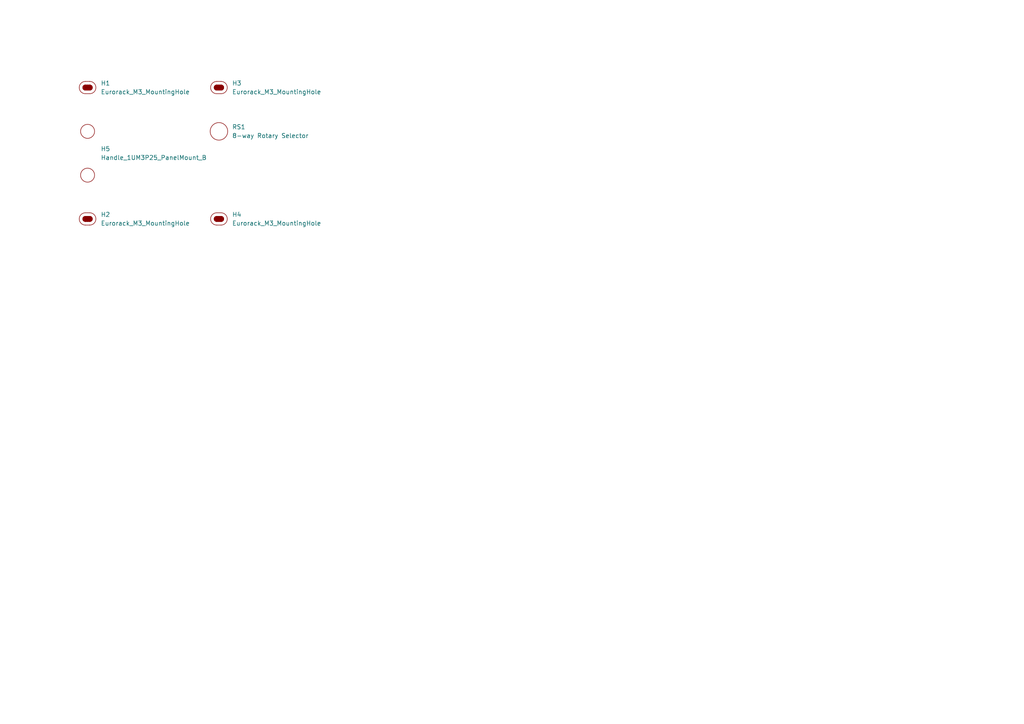
<source format=kicad_sch>
(kicad_sch (version 20250114) (generator "eeschema") (generator_version "9.0")
  (paper "A4")
  (lib_symbols
    (symbol "EXC:Eurorack_M3_MountingHole" (pin_names (offset 1.016))
      (property "Reference" "H" (at 0 5.08 0))
      (property "Value" "Eurorack_M3_MountingHole" (at 0 3.175 0))
      (symbol "Eurorack_M3_MountingHole_0_1"
        (polyline (pts (xy -0.635 0.762) (xy 0.635 0.762)))
        (circle (center -0.635 0) (radius 0.762) (fill (type outline)))
        (arc (start -0.635 -0.762) (mid -1.397 0) (end -0.635 0.762))
        (arc (start -0.635 -1.778) (mid -2.413 0) (end -0.635 1.778))
        (polyline (pts (xy -0.635 -0.762) (xy 0.635 -0.762)))
        (polyline (pts (xy -0.635 -1.778) (xy 0.635 -1.778)))
        (circle (center 0 0) (radius 0.762) (fill (type outline)))
        (polyline (pts (xy 0.635 1.778) (xy -0.635 1.778)))
        (arc (start 0.6141 1.778) (mid 2.4131 0) (end 0.6141 -1.778))
        (arc (start 0.6227 0.762) (mid 1.3971 0) (end 0.6227 -0.762))
        (circle (center 0.635 0) (radius 0.762) (fill (type outline)))
      )
    )
    (symbol "EXC:Handle_1UM3P25_B"
      (property "Reference" "H" (at 0 -6.35 0))
      (property "Value" "Handle_1UM3P25_PanelMount_B" (at 0.254 -17.018 0))
      (symbol "Handle_1UM3P25_B_0_1"
        (circle (center 0 0) (radius 2.032))
        (circle (center 0 -12.7) (radius 2.032))
      )
    )
    (symbol "EXC:Rotary_Selector_Panel_Mount_M9"
      (property "Reference" "RS" (at 0 4.064 0))
      (property "Value" "8-way Rotary Selector" (at 0 -3.81 0))
      (symbol "Rotary_Selector_Panel_Mount_M9_0_1"
        (circle (center 0 0) (radius 2.54))
      )
    )
  )
  (symbol (lib_id "EXC:Eurorack_M3_MountingHole") (at 25.4 63.5 0) (unit 1)
    (property "Reference" "H2" (at 29.21 62.2299 0) (effects (justify left)))
    (property "Value" "Eurorack_M3_MountingHole" (at 29.21 64.7699 0) (effects (justify left)))
    (property "Footprint" "EXC:MountingHole_3.2mm_M3" (effects (hide yes)))
    (property "Description" "Mounting Hole without connection" (effects (hide yes)))
  )
  (symbol (lib_id "EXC:Eurorack_M3_MountingHole") (at 63.5 25.4 0) (unit 1)
    (property "Reference" "H3" (at 67.31 24.1299 0) (effects (justify left)))
    (property "Value" "Eurorack_M3_MountingHole" (at 67.31 26.6699 0) (effects (justify left)))
    (property "Footprint" "EXC:MountingHole_3.2mm_M3" (effects (hide yes)))
    (property "Description" "Mounting Hole without connection" (effects (hide yes)))
  )
  (symbol (lib_id "EXC:Handle_1UM3P25_B") (at 25.4 38.1 0) (unit 1)
    (property "Reference" "H5" (at 29.21 43.1799 0) (effects (justify left)))
    (property "Value" "Handle_1UM3P25_PanelMount_B" (at 29.21 45.7199 0) (effects (justify left)))
    (property "Footprint" "EXC:Handle_1UM3P25_B" (effects (hide yes)))
    (property "Datasheet" "https://ae01.alicdn.com/kf/Sb61e59cbd92d4751a636402ee4d65e3c9.jpg" (effects (hide yes)))
    (property "Description" "The part of the handle that has the holes for the screws' heads" (effects (hide yes)))
    (property "Source" "https://www.aliexpress.com/item/1005005070119421.html" (effects (hide yes)))
  )
  (symbol (lib_id "EXC:Eurorack_M3_MountingHole") (at 63.5 63.5 0) (unit 1)
    (property "Reference" "H4" (at 67.31 62.2299 0) (effects (justify left)))
    (property "Value" "Eurorack_M3_MountingHole" (at 67.31 64.7699 0) (effects (justify left)))
    (property "Footprint" "EXC:MountingHole_3.2mm_M3" (effects (hide yes)))
    (property "Description" "Mounting Hole without connection" (effects (hide yes)))
  )
  (symbol (lib_id "EXC:Rotary_Selector_Panel_Mount_M9") (at 63.5 38.1 0) (unit 1)
    (property "Reference" "RS1" (at 67.31 36.8299 0) (effects (justify left)))
    (property "Value" "8-way Rotary Selector" (at 67.31 39.3699 0) (effects (justify left)))
    (property "Footprint" "EXC:Rotary_Selector_Panel_Mount_M9" (effects (hide yes)))
    (property "Datasheet" "https://cdn-shop.adafruit.com/product-files/2925/SR16A-18-15KQ.pdf" (effects (hide yes)))
    (property "Description" "8-way panel-mount Rotary Selector" (effects (hide yes)))
    (property "Source" "https://www.adafruit.com/product/2925" (effects (hide yes)))
  )
  (symbol (lib_id "EXC:Eurorack_M3_MountingHole") (at 25.4 25.4 0) (unit 1)
    (property "Reference" "H1" (at 29.21 24.1299 0) (effects (justify left)))
    (property "Value" "Eurorack_M3_MountingHole" (at 29.21 26.6699 0) (effects (justify left)))
    (property "Footprint" "EXC:MountingHole_3.2mm_M3" (effects (hide yes)))
    (property "Description" "Mounting Hole without connection" (effects (hide yes)))
  )
)
</source>
